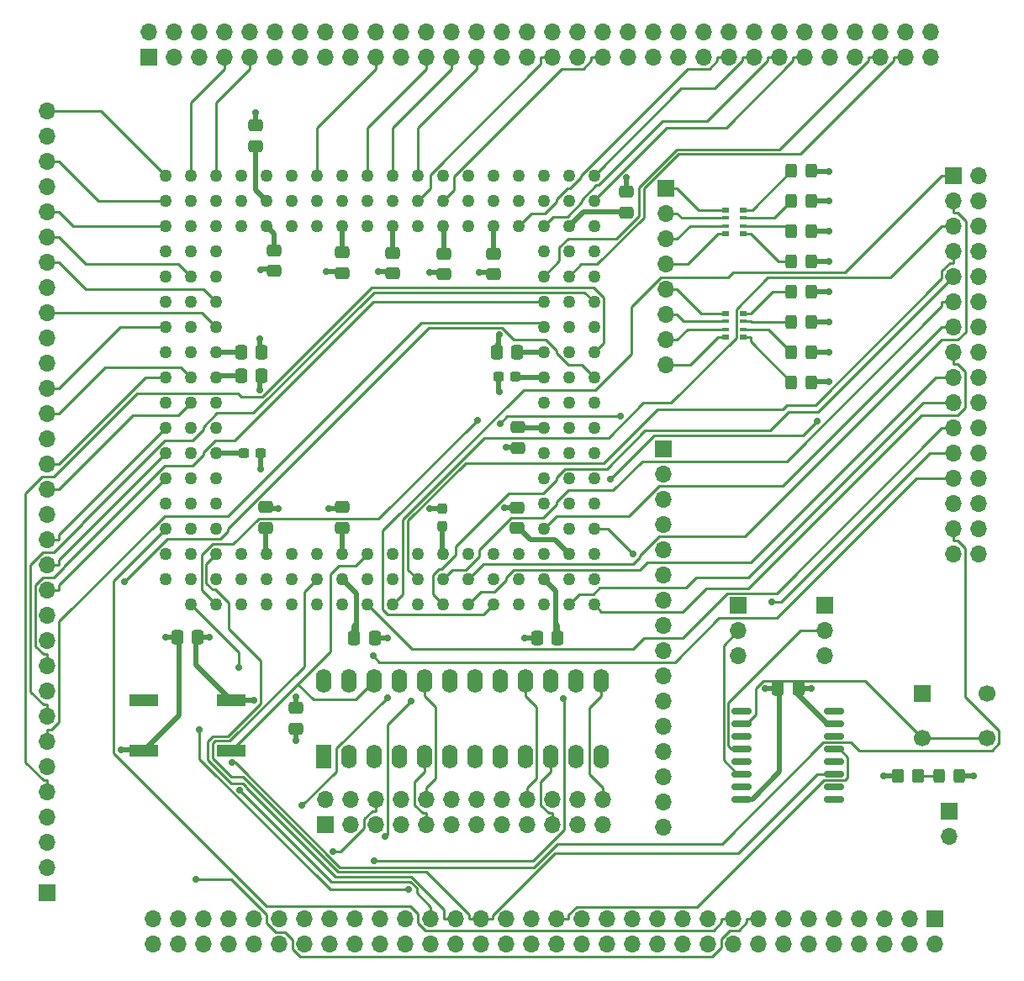
<source format=gtl>
G04 #@! TF.GenerationSoftware,KiCad,Pcbnew,8.0.1*
G04 #@! TF.CreationDate,2024-04-04T09:57:52-03:00*
G04 #@! TF.ProjectId,Breakout-68040,42726561-6b6f-4757-942d-36383034302e,rev?*
G04 #@! TF.SameCoordinates,Original*
G04 #@! TF.FileFunction,Copper,L1,Top*
G04 #@! TF.FilePolarity,Positive*
%FSLAX46Y46*%
G04 Gerber Fmt 4.6, Leading zero omitted, Abs format (unit mm)*
G04 Created by KiCad (PCBNEW 8.0.1) date 2024-04-04 09:57:52*
%MOMM*%
%LPD*%
G01*
G04 APERTURE LIST*
G04 Aperture macros list*
%AMRoundRect*
0 Rectangle with rounded corners*
0 $1 Rounding radius*
0 $2 $3 $4 $5 $6 $7 $8 $9 X,Y pos of 4 corners*
0 Add a 4 corners polygon primitive as box body*
4,1,4,$2,$3,$4,$5,$6,$7,$8,$9,$2,$3,0*
0 Add four circle primitives for the rounded corners*
1,1,$1+$1,$2,$3*
1,1,$1+$1,$4,$5*
1,1,$1+$1,$6,$7*
1,1,$1+$1,$8,$9*
0 Add four rect primitives between the rounded corners*
20,1,$1+$1,$2,$3,$4,$5,0*
20,1,$1+$1,$4,$5,$6,$7,0*
20,1,$1+$1,$6,$7,$8,$9,0*
20,1,$1+$1,$8,$9,$2,$3,0*%
G04 Aperture macros list end*
G04 #@! TA.AperFunction,SMDPad,CuDef*
%ADD10RoundRect,0.250000X-0.350000X-0.450000X0.350000X-0.450000X0.350000X0.450000X-0.350000X0.450000X0*%
G04 #@! TD*
G04 #@! TA.AperFunction,SMDPad,CuDef*
%ADD11RoundRect,0.250000X0.337500X0.475000X-0.337500X0.475000X-0.337500X-0.475000X0.337500X-0.475000X0*%
G04 #@! TD*
G04 #@! TA.AperFunction,SMDPad,CuDef*
%ADD12RoundRect,0.250000X-0.475000X0.337500X-0.475000X-0.337500X0.475000X-0.337500X0.475000X0.337500X0*%
G04 #@! TD*
G04 #@! TA.AperFunction,SMDPad,CuDef*
%ADD13RoundRect,0.250000X0.475000X-0.337500X0.475000X0.337500X-0.475000X0.337500X-0.475000X-0.337500X0*%
G04 #@! TD*
G04 #@! TA.AperFunction,SMDPad,CuDef*
%ADD14RoundRect,0.250000X-0.337500X-0.475000X0.337500X-0.475000X0.337500X0.475000X-0.337500X0.475000X0*%
G04 #@! TD*
G04 #@! TA.AperFunction,SMDPad,CuDef*
%ADD15R,0.800000X0.500000*%
G04 #@! TD*
G04 #@! TA.AperFunction,SMDPad,CuDef*
%ADD16R,0.800000X0.400000*%
G04 #@! TD*
G04 #@! TA.AperFunction,SMDPad,CuDef*
%ADD17RoundRect,0.250000X0.325000X0.450000X-0.325000X0.450000X-0.325000X-0.450000X0.325000X-0.450000X0*%
G04 #@! TD*
G04 #@! TA.AperFunction,ComponentPad*
%ADD18R,1.700000X1.700000*%
G04 #@! TD*
G04 #@! TA.AperFunction,ComponentPad*
%ADD19O,1.700000X1.700000*%
G04 #@! TD*
G04 #@! TA.AperFunction,ComponentPad*
%ADD20C,1.700000*%
G04 #@! TD*
G04 #@! TA.AperFunction,SMDPad,CuDef*
%ADD21RoundRect,0.237500X0.300000X0.237500X-0.300000X0.237500X-0.300000X-0.237500X0.300000X-0.237500X0*%
G04 #@! TD*
G04 #@! TA.AperFunction,SMDPad,CuDef*
%ADD22R,3.000000X1.300000*%
G04 #@! TD*
G04 #@! TA.AperFunction,ComponentPad*
%ADD23C,1.270000*%
G04 #@! TD*
G04 #@! TA.AperFunction,SMDPad,CuDef*
%ADD24RoundRect,0.237500X0.237500X-0.300000X0.237500X0.300000X-0.237500X0.300000X-0.237500X-0.300000X0*%
G04 #@! TD*
G04 #@! TA.AperFunction,SMDPad,CuDef*
%ADD25RoundRect,0.150000X-0.875000X-0.150000X0.875000X-0.150000X0.875000X0.150000X-0.875000X0.150000X0*%
G04 #@! TD*
G04 #@! TA.AperFunction,SMDPad,CuDef*
%ADD26RoundRect,0.237500X-0.300000X-0.237500X0.300000X-0.237500X0.300000X0.237500X-0.300000X0.237500X0*%
G04 #@! TD*
G04 #@! TA.AperFunction,ComponentPad*
%ADD27R,1.600000X2.400000*%
G04 #@! TD*
G04 #@! TA.AperFunction,ComponentPad*
%ADD28O,1.600000X2.400000*%
G04 #@! TD*
G04 #@! TA.AperFunction,ViaPad*
%ADD29C,0.700000*%
G04 #@! TD*
G04 #@! TA.AperFunction,Conductor*
%ADD30C,0.250000*%
G04 #@! TD*
G04 #@! TA.AperFunction,Conductor*
%ADD31C,0.500000*%
G04 #@! TD*
G04 APERTURE END LIST*
D10*
X110800000Y-128500000D03*
X112800000Y-128500000D03*
D11*
X76475000Y-114600000D03*
X74400000Y-114600000D03*
D12*
X54800000Y-75762500D03*
X54800000Y-77837500D03*
X50100000Y-121662500D03*
X50100000Y-123737500D03*
X72500000Y-93362500D03*
X72500000Y-95437500D03*
D13*
X72400000Y-103537500D03*
X72400000Y-101462500D03*
X54800000Y-101400000D03*
X54800000Y-103475000D03*
X47100000Y-103475000D03*
X47100000Y-101400000D03*
D14*
X56000000Y-114600000D03*
X58075000Y-114600000D03*
D11*
X40237500Y-114540000D03*
X38162500Y-114540000D03*
X100737500Y-119700000D03*
X98662500Y-119700000D03*
X72437500Y-85800000D03*
X70362500Y-85800000D03*
D14*
X44600000Y-85800000D03*
X46675000Y-85800000D03*
D13*
X83400000Y-71737500D03*
X83400000Y-69662500D03*
X46100000Y-65037500D03*
X46100000Y-62962500D03*
D12*
X47900000Y-75562500D03*
X47900000Y-77637500D03*
X59900000Y-75800000D03*
X59900000Y-77875000D03*
X65000000Y-75900000D03*
X65000000Y-77975000D03*
X70000000Y-75900000D03*
X70000000Y-77975000D03*
D14*
X44600000Y-88200000D03*
X46675000Y-88200000D03*
D15*
X93400000Y-84300000D03*
D16*
X93400000Y-83500000D03*
X93400000Y-82700000D03*
D15*
X93400000Y-81900000D03*
X95200000Y-81900000D03*
D16*
X95200000Y-82700000D03*
X95200000Y-83500000D03*
D15*
X95200000Y-84300000D03*
X93400000Y-73900000D03*
D16*
X93400000Y-73100000D03*
X93400000Y-72300000D03*
D15*
X93400000Y-71500000D03*
X95200000Y-71500000D03*
D16*
X95200000Y-72300000D03*
X95200000Y-73100000D03*
D15*
X95200000Y-73900000D03*
D17*
X116925000Y-128500000D03*
X114875000Y-128500000D03*
X102075000Y-79720000D03*
X100025000Y-79720000D03*
D18*
X103400000Y-111320000D03*
D19*
X103400000Y-113860000D03*
X103400000Y-116400000D03*
D18*
X113250000Y-120150000D03*
D20*
X119750000Y-120150000D03*
X113250000Y-124650000D03*
X119750000Y-124650000D03*
D18*
X35325000Y-56075000D03*
D19*
X35325000Y-53535000D03*
X37865000Y-56075000D03*
X37865000Y-53535000D03*
X40405000Y-56075000D03*
X40405000Y-53535000D03*
X42945000Y-56075000D03*
X42945000Y-53535000D03*
X45485000Y-56075000D03*
X45485000Y-53535000D03*
X48025000Y-56075000D03*
X48025000Y-53535000D03*
X50565000Y-56075000D03*
X50565000Y-53535000D03*
X53105000Y-56075000D03*
X53105000Y-53535000D03*
X55645000Y-56075000D03*
X55645000Y-53535000D03*
X58185000Y-56075000D03*
X58185000Y-53535000D03*
X60725000Y-56075000D03*
X60725000Y-53535000D03*
X63265000Y-56075000D03*
X63265000Y-53535000D03*
X65805000Y-56075000D03*
X65805000Y-53535000D03*
X68345000Y-56075000D03*
X68345000Y-53535000D03*
X70885000Y-56075000D03*
X70885000Y-53535000D03*
X73425000Y-56075000D03*
X73425000Y-53535000D03*
X75965000Y-56075000D03*
X75965000Y-53535000D03*
X78505000Y-56075000D03*
X78505000Y-53535000D03*
X81045000Y-56075000D03*
X81045000Y-53535000D03*
X83585000Y-56075000D03*
X83585000Y-53535000D03*
X86125000Y-56075000D03*
X86125000Y-53535000D03*
X88665000Y-56075000D03*
X88665000Y-53535000D03*
X91205000Y-56075000D03*
X91205000Y-53535000D03*
X93745000Y-56075000D03*
X93745000Y-53535000D03*
X96285000Y-56075000D03*
X96285000Y-53535000D03*
X98825000Y-56075000D03*
X98825000Y-53535000D03*
X101365000Y-56075000D03*
X101365000Y-53535000D03*
X103905000Y-56075000D03*
X103905000Y-53535000D03*
X106445000Y-56075000D03*
X106445000Y-53535000D03*
X108985000Y-56075000D03*
X108985000Y-53535000D03*
X111525000Y-56075000D03*
X111525000Y-53535000D03*
X114065000Y-56075000D03*
X114065000Y-53535000D03*
D18*
X87100000Y-95520000D03*
D19*
X87100000Y-98060000D03*
X87100000Y-100600000D03*
X87100000Y-103140000D03*
X87100000Y-105680000D03*
X87100000Y-108220000D03*
X87100000Y-110760000D03*
X87100000Y-113300000D03*
X87100000Y-115840000D03*
X87100000Y-118380000D03*
X87100000Y-120920000D03*
X87100000Y-123460000D03*
X87100000Y-126000000D03*
X87100000Y-128540000D03*
X87100000Y-131080000D03*
X87100000Y-133620000D03*
D21*
X72262500Y-88300000D03*
X70537500Y-88300000D03*
D18*
X94700000Y-111320000D03*
D19*
X94700000Y-113860000D03*
X94700000Y-116400000D03*
D22*
X34800000Y-120860000D03*
X34800000Y-125940000D03*
X43600000Y-125940000D03*
X43600000Y-120860000D03*
D17*
X102075000Y-88840000D03*
X100025000Y-88840000D03*
D18*
X116360000Y-68020000D03*
D19*
X118900000Y-68020000D03*
X116360000Y-70560000D03*
X118900000Y-70560000D03*
X116360000Y-73100000D03*
X118900000Y-73100000D03*
X116360000Y-75640000D03*
X118900000Y-75640000D03*
X116360000Y-78180000D03*
X118900000Y-78180000D03*
X116360000Y-80720000D03*
X118900000Y-80720000D03*
X116360000Y-83260000D03*
X118900000Y-83260000D03*
X116360000Y-85800000D03*
X118900000Y-85800000D03*
X116360000Y-88340000D03*
X118900000Y-88340000D03*
X116360000Y-90880000D03*
X118900000Y-90880000D03*
X116360000Y-93420000D03*
X118900000Y-93420000D03*
X116360000Y-95960000D03*
X118900000Y-95960000D03*
X116360000Y-98500000D03*
X118900000Y-98500000D03*
X116360000Y-101040000D03*
X118900000Y-101040000D03*
X116360000Y-103580000D03*
X118900000Y-103580000D03*
X116360000Y-106120000D03*
X118900000Y-106120000D03*
D17*
X102075000Y-73640000D03*
X100025000Y-73640000D03*
X102075000Y-76680000D03*
X100025000Y-76680000D03*
D18*
X114500000Y-142860000D03*
D19*
X114500000Y-145400000D03*
X111960000Y-142860000D03*
X111960000Y-145400000D03*
X109420000Y-142860000D03*
X109420000Y-145400000D03*
X106880000Y-142860000D03*
X106880000Y-145400000D03*
X104340000Y-142860000D03*
X104340000Y-145400000D03*
X101800000Y-142860000D03*
X101800000Y-145400000D03*
X99260000Y-142860000D03*
X99260000Y-145400000D03*
X96720000Y-142860000D03*
X96720000Y-145400000D03*
X94180000Y-142860000D03*
X94180000Y-145400000D03*
X91640000Y-142860000D03*
X91640000Y-145400000D03*
X89100000Y-142860000D03*
X89100000Y-145400000D03*
X86560000Y-142860000D03*
X86560000Y-145400000D03*
X84020000Y-142860000D03*
X84020000Y-145400000D03*
X81480000Y-142860000D03*
X81480000Y-145400000D03*
X78940000Y-142860000D03*
X78940000Y-145400000D03*
X76400000Y-142860000D03*
X76400000Y-145400000D03*
X73860000Y-142860000D03*
X73860000Y-145400000D03*
X71320000Y-142860000D03*
X71320000Y-145400000D03*
X68780000Y-142860000D03*
X68780000Y-145400000D03*
X66240000Y-142860000D03*
X66240000Y-145400000D03*
X63700000Y-142860000D03*
X63700000Y-145400000D03*
X61160000Y-142860000D03*
X61160000Y-145400000D03*
X58620000Y-142860000D03*
X58620000Y-145400000D03*
X56080000Y-142860000D03*
X56080000Y-145400000D03*
X53540000Y-142860000D03*
X53540000Y-145400000D03*
X51000000Y-142860000D03*
X51000000Y-145400000D03*
X48460000Y-142860000D03*
X48460000Y-145400000D03*
X45920000Y-142860000D03*
X45920000Y-145400000D03*
X43380000Y-142860000D03*
X43380000Y-145400000D03*
X40840000Y-142860000D03*
X40840000Y-145400000D03*
X38300000Y-142860000D03*
X38300000Y-145400000D03*
X35760000Y-142860000D03*
X35760000Y-145400000D03*
D18*
X25100000Y-140260000D03*
D19*
X25100000Y-137720000D03*
X25100000Y-135180000D03*
X25100000Y-132640000D03*
X25100000Y-130100000D03*
X25100000Y-127560000D03*
X25100000Y-125020000D03*
X25100000Y-122480000D03*
X25100000Y-119940000D03*
X25100000Y-117400000D03*
X25100000Y-114860000D03*
X25100000Y-112320000D03*
X25100000Y-109780000D03*
X25100000Y-107240000D03*
X25100000Y-104700000D03*
X25100000Y-102160000D03*
X25100000Y-99620000D03*
X25100000Y-97080000D03*
X25100000Y-94540000D03*
X25100000Y-92000000D03*
X25100000Y-89460000D03*
X25100000Y-86920000D03*
X25100000Y-84380000D03*
X25100000Y-81840000D03*
X25100000Y-79300000D03*
X25100000Y-76760000D03*
X25100000Y-74220000D03*
X25100000Y-71680000D03*
X25100000Y-69140000D03*
X25100000Y-66600000D03*
X25100000Y-64060000D03*
X25100000Y-61520000D03*
D17*
X102075000Y-67560000D03*
X100025000Y-67560000D03*
D18*
X53100000Y-133400000D03*
D19*
X53100000Y-130860000D03*
X55640000Y-133400000D03*
X55640000Y-130860000D03*
X58180000Y-133400000D03*
X58180000Y-130860000D03*
X60720000Y-133400000D03*
X60720000Y-130860000D03*
X63260000Y-133400000D03*
X63260000Y-130860000D03*
X65800000Y-133400000D03*
X65800000Y-130860000D03*
X68340000Y-133400000D03*
X68340000Y-130860000D03*
X70880000Y-133400000D03*
X70880000Y-130860000D03*
X73420000Y-133400000D03*
X73420000Y-130860000D03*
X75960000Y-133400000D03*
X75960000Y-130860000D03*
X78500000Y-133400000D03*
X78500000Y-130860000D03*
X81040000Y-133400000D03*
X81040000Y-130860000D03*
D18*
X115900000Y-132025000D03*
D19*
X115900000Y-134565000D03*
D17*
X102075000Y-82760000D03*
X100025000Y-82760000D03*
D23*
X37000000Y-68040000D03*
X39540000Y-68040000D03*
X42080000Y-68040000D03*
X44620000Y-68040000D03*
X47160000Y-68040000D03*
X49700000Y-68040000D03*
X52240000Y-68040000D03*
X54780000Y-68040000D03*
X57320000Y-68040000D03*
X59860000Y-68040000D03*
X62400000Y-68040000D03*
X64940000Y-68040000D03*
X67480000Y-68040000D03*
X70020000Y-68040000D03*
X72560000Y-68040000D03*
X75100000Y-68040000D03*
X77640000Y-68040000D03*
X80180000Y-68040000D03*
X37000000Y-70580000D03*
X39540000Y-70580000D03*
X42080000Y-70580000D03*
X44620000Y-70580000D03*
X47160000Y-70580000D03*
X49700000Y-70580000D03*
X52240000Y-70580000D03*
X54780000Y-70580000D03*
X57320000Y-70580000D03*
X59860000Y-70580000D03*
X62400000Y-70580000D03*
X64940000Y-70580000D03*
X67480000Y-70580000D03*
X70020000Y-70580000D03*
X72560000Y-70580000D03*
X75100000Y-70580000D03*
X77640000Y-70580000D03*
X80180000Y-70580000D03*
X37000000Y-73120000D03*
X39540000Y-73120000D03*
X42080000Y-73120000D03*
X44620000Y-73120000D03*
X47160000Y-73120000D03*
X49700000Y-73120000D03*
X52240000Y-73120000D03*
X54780000Y-73120000D03*
X57320000Y-73120000D03*
X59860000Y-73120000D03*
X62400000Y-73120000D03*
X64940000Y-73120000D03*
X67480000Y-73120000D03*
X70020000Y-73120000D03*
X72560000Y-73120000D03*
X75100000Y-73120000D03*
X77640000Y-73120000D03*
X80180000Y-73120000D03*
X37000000Y-75660000D03*
X39540000Y-75660000D03*
X42080000Y-75660000D03*
X75100000Y-75660000D03*
X77640000Y-75660000D03*
X80180000Y-75660000D03*
X37000000Y-78200000D03*
X39540000Y-78200000D03*
X42080000Y-78200000D03*
X75100000Y-78200000D03*
X77640000Y-78200000D03*
X80180000Y-78200000D03*
X37000000Y-80740000D03*
X39540000Y-80740000D03*
X42080000Y-80740000D03*
X75100000Y-80740000D03*
X77640000Y-80740000D03*
X80180000Y-80740000D03*
X37000000Y-83280000D03*
X39540000Y-83280000D03*
X42080000Y-83280000D03*
X75100000Y-83280000D03*
X77640000Y-83280000D03*
X80180000Y-83280000D03*
X37000000Y-85820000D03*
X39540000Y-85820000D03*
X42080000Y-85820000D03*
X75100000Y-85820000D03*
X77640000Y-85820000D03*
X80180000Y-85820000D03*
X37000000Y-88360000D03*
X39540000Y-88360000D03*
X42080000Y-88360000D03*
X75100000Y-88360000D03*
X77640000Y-88360000D03*
X80180000Y-88360000D03*
X37000000Y-90900000D03*
X39540000Y-90900000D03*
X42080000Y-90900000D03*
X75100000Y-90900000D03*
X77640000Y-90900000D03*
X80180000Y-90900000D03*
X37000000Y-93440000D03*
X39540000Y-93440000D03*
X42080000Y-93440000D03*
X75100000Y-93440000D03*
X77640000Y-93440000D03*
X80180000Y-93440000D03*
X37000000Y-95980000D03*
X39540000Y-95980000D03*
X42080000Y-95980000D03*
X75100000Y-95980000D03*
X77640000Y-95980000D03*
X80180000Y-95980000D03*
X37000000Y-98520000D03*
X39540000Y-98520000D03*
X42080000Y-98520000D03*
X75100000Y-98520000D03*
X77640000Y-98520000D03*
X80180000Y-98520000D03*
X37000000Y-101060000D03*
X39540000Y-101060000D03*
X42080000Y-101060000D03*
X75100000Y-101060000D03*
X77640000Y-101060000D03*
X80180000Y-101060000D03*
X37000000Y-103600000D03*
X39540000Y-103600000D03*
X42080000Y-103600000D03*
X75100000Y-103600000D03*
X77640000Y-103600000D03*
X80180000Y-103600000D03*
X37000000Y-106140000D03*
X39540000Y-106140000D03*
X42080000Y-106140000D03*
X44620000Y-106140000D03*
X47160000Y-106140000D03*
X49700000Y-106140000D03*
X52240000Y-106140000D03*
X54780000Y-106140000D03*
X57320000Y-106140000D03*
X59860000Y-106140000D03*
X62400000Y-106140000D03*
X64940000Y-106140000D03*
X67480000Y-106140000D03*
X70020000Y-106140000D03*
X72560000Y-106140000D03*
X75100000Y-106140000D03*
X77640000Y-106140000D03*
X80180000Y-106140000D03*
X37000000Y-108680000D03*
X39540000Y-108680000D03*
X42080000Y-108680000D03*
X44620000Y-108680000D03*
X47160000Y-108680000D03*
X49700000Y-108680000D03*
X52240000Y-108680000D03*
X54780000Y-108680000D03*
X57320000Y-108680000D03*
X59860000Y-108680000D03*
X62400000Y-108680000D03*
X64940000Y-108680000D03*
X67480000Y-108680000D03*
X70020000Y-108680000D03*
X72560000Y-108680000D03*
X75100000Y-108680000D03*
X77640000Y-108680000D03*
X80180000Y-108680000D03*
X39540000Y-111220000D03*
X42080000Y-111220000D03*
X44620000Y-111220000D03*
X47160000Y-111220000D03*
X49700000Y-111220000D03*
X52240000Y-111220000D03*
X54780000Y-111220000D03*
X57320000Y-111220000D03*
X59860000Y-111220000D03*
X62400000Y-111220000D03*
X64940000Y-111220000D03*
X67480000Y-111220000D03*
X70020000Y-111220000D03*
X72560000Y-111220000D03*
X75100000Y-111220000D03*
X77640000Y-111220000D03*
X80180000Y-111220000D03*
D24*
X64900000Y-103300000D03*
X64900000Y-101575000D03*
D25*
X95050000Y-121955000D03*
X95050000Y-123225000D03*
X95050000Y-124495000D03*
X95050000Y-125765000D03*
X95050000Y-127035000D03*
X95050000Y-128305000D03*
X95050000Y-129575000D03*
X95050000Y-130845000D03*
X104350000Y-130845000D03*
X104350000Y-129575000D03*
X104350000Y-128305000D03*
X104350000Y-127035000D03*
X104350000Y-125765000D03*
X104350000Y-124495000D03*
X104350000Y-123225000D03*
X104350000Y-121955000D03*
D17*
X102075000Y-85800000D03*
X100025000Y-85800000D03*
D18*
X87350000Y-69325000D03*
D19*
X87350000Y-71865000D03*
X87350000Y-74405000D03*
X87350000Y-76945000D03*
X87350000Y-79485000D03*
X87350000Y-82025000D03*
X87350000Y-84565000D03*
X87350000Y-87105000D03*
D26*
X44875000Y-96000000D03*
X46600000Y-96000000D03*
D17*
X102075000Y-70600000D03*
X100025000Y-70600000D03*
D27*
X52925000Y-126525000D03*
D28*
X55465000Y-126525000D03*
X58005000Y-126525000D03*
X60545000Y-126525000D03*
X63085000Y-126525000D03*
X65625000Y-126525000D03*
X68165000Y-126525000D03*
X70705000Y-126525000D03*
X73245000Y-126525000D03*
X75785000Y-126525000D03*
X78325000Y-126525000D03*
X80865000Y-126525000D03*
X80865000Y-118905000D03*
X78325000Y-118905000D03*
X75785000Y-118905000D03*
X73245000Y-118905000D03*
X70705000Y-118905000D03*
X68165000Y-118905000D03*
X65625000Y-118905000D03*
X63085000Y-118905000D03*
X60545000Y-118905000D03*
X58005000Y-118905000D03*
X55465000Y-118905000D03*
X52925000Y-118905000D03*
D29*
X68394100Y-92640500D03*
X40428300Y-123863900D03*
X61480600Y-139948300D03*
X98073900Y-110966800D03*
X44497900Y-129892600D03*
X57937600Y-116411500D03*
X102618800Y-92790300D03*
X81782200Y-98609100D03*
X77077000Y-120727600D03*
X57986800Y-137009600D03*
X61723800Y-120932500D03*
X59132200Y-134598600D03*
X53896300Y-136067400D03*
X44375500Y-117543600D03*
X43686500Y-127145600D03*
X40041800Y-138867300D03*
X70693200Y-92968400D03*
X82815200Y-92270200D03*
X84089900Y-106152200D03*
X59351400Y-120574200D03*
X50767500Y-131459500D03*
X32822300Y-108957600D03*
X71300000Y-95400000D03*
X70600000Y-89800000D03*
X63600000Y-77800000D03*
X50100000Y-124937500D03*
X103800000Y-85800000D03*
X103800000Y-73600000D03*
X68600000Y-77800000D03*
X71100000Y-101500000D03*
X73200000Y-114600000D03*
X58400000Y-77700000D03*
X32500000Y-125900000D03*
X46500000Y-89600000D03*
X46500000Y-84500000D03*
X103800000Y-82800000D03*
X83400000Y-68200000D03*
X103800000Y-76700000D03*
X103800000Y-79700000D03*
X53200000Y-77700000D03*
X46100000Y-61700000D03*
X46600000Y-97573100D03*
X103800000Y-67600000D03*
X53400000Y-101600000D03*
X103800000Y-88800000D03*
X103800000Y-70600000D03*
X63600000Y-101600000D03*
X48400000Y-101600000D03*
X46600000Y-77500000D03*
X59400000Y-114600000D03*
X70600000Y-84000000D03*
X37000000Y-114500000D03*
X118400000Y-128500000D03*
X97400000Y-119700000D03*
X109300000Y-128500000D03*
X41400000Y-114500000D03*
X50100000Y-120500000D03*
X102000000Y-119700000D03*
X45900000Y-120900000D03*
D30*
X89868300Y-87105000D02*
X92673300Y-84300000D01*
X87350000Y-87105000D02*
X89868300Y-87105000D01*
X93400000Y-84300000D02*
X92673300Y-84300000D01*
X88961700Y-72300000D02*
X93400000Y-72300000D01*
X88526700Y-71865000D02*
X88961700Y-72300000D01*
X87350000Y-71865000D02*
X88526700Y-71865000D01*
X90941700Y-81900000D02*
X93400000Y-81900000D01*
X88526700Y-79485000D02*
X90941700Y-81900000D01*
X87350000Y-79485000D02*
X88526700Y-79485000D01*
X89591700Y-83500000D02*
X93400000Y-83500000D01*
X88526700Y-84565000D02*
X89591700Y-83500000D01*
X87350000Y-84565000D02*
X88526700Y-84565000D01*
X89628300Y-76945000D02*
X92673300Y-73900000D01*
X87350000Y-76945000D02*
X89628300Y-76945000D01*
X93400000Y-73900000D02*
X92673300Y-73900000D01*
X90701700Y-71500000D02*
X93400000Y-71500000D01*
X88526700Y-69325000D02*
X90701700Y-71500000D01*
X87350000Y-69325000D02*
X88526700Y-69325000D01*
X89201700Y-82700000D02*
X93400000Y-82700000D01*
X88526700Y-82025000D02*
X89201700Y-82700000D01*
X87350000Y-82025000D02*
X88526700Y-82025000D01*
X89831700Y-73100000D02*
X93400000Y-73100000D01*
X88526700Y-74405000D02*
X89831700Y-73100000D01*
X87350000Y-74405000D02*
X88526700Y-74405000D01*
X95926700Y-84741700D02*
X95926700Y-84300000D01*
X100025000Y-88840000D02*
X95926700Y-84741700D01*
X95200000Y-84300000D02*
X95926700Y-84300000D01*
X97725000Y-83500000D02*
X95200000Y-83500000D01*
X100025000Y-85800000D02*
X97725000Y-83500000D01*
X95986700Y-82760000D02*
X95926700Y-82700000D01*
X100025000Y-82760000D02*
X95986700Y-82760000D01*
X95200000Y-82700000D02*
X95926700Y-82700000D01*
X95200000Y-81900000D02*
X95926700Y-81900000D01*
X98106700Y-79720000D02*
X100025000Y-79720000D01*
X95926700Y-81900000D02*
X98106700Y-79720000D01*
X98706700Y-76680000D02*
X95926700Y-73900000D01*
X100025000Y-76680000D02*
X98706700Y-76680000D01*
X95200000Y-73900000D02*
X95926700Y-73900000D01*
X99485000Y-73100000D02*
X95200000Y-73100000D01*
X100025000Y-73640000D02*
X99485000Y-73100000D01*
X98325000Y-72300000D02*
X95200000Y-72300000D01*
X100025000Y-70600000D02*
X98325000Y-72300000D01*
X96085000Y-71500000D02*
X95200000Y-71500000D01*
X100025000Y-67560000D02*
X96085000Y-71500000D01*
X79675200Y-128318500D02*
X81040000Y-129683300D01*
X79675200Y-121621500D02*
X79675200Y-128318500D01*
X80865000Y-120431700D02*
X79675200Y-121621500D01*
X80865000Y-118905000D02*
X80865000Y-120431700D01*
X81040000Y-130860000D02*
X81040000Y-129683300D01*
X75592200Y-132223300D02*
X75960000Y-132223300D01*
X74783300Y-131414400D02*
X75592200Y-132223300D01*
X74783300Y-129053400D02*
X74783300Y-131414400D01*
X75785000Y-128051700D02*
X74783300Y-129053400D01*
X75785000Y-126525000D02*
X75785000Y-128051700D01*
X75960000Y-133400000D02*
X75960000Y-132223300D01*
X73245000Y-118905000D02*
X73245000Y-120431700D01*
X73420000Y-130860000D02*
X73420000Y-129683300D01*
X74378000Y-128725300D02*
X73420000Y-129683300D01*
X74378000Y-121564700D02*
X74378000Y-128725300D01*
X73245000Y-120431700D02*
X74378000Y-121564700D01*
X62892200Y-132223300D02*
X63260000Y-132223300D01*
X62083300Y-131414400D02*
X62892200Y-132223300D01*
X62083300Y-129053400D02*
X62083300Y-131414400D01*
X63085000Y-128051700D02*
X62083300Y-129053400D01*
X63085000Y-126525000D02*
X63085000Y-128051700D01*
X63260000Y-133400000D02*
X63260000Y-132223300D01*
X64218000Y-128725300D02*
X63260000Y-129683300D01*
X64218000Y-121564700D02*
X64218000Y-128725300D01*
X63085000Y-120431700D02*
X64218000Y-121564700D01*
X63085000Y-118905000D02*
X63085000Y-120431700D01*
X63260000Y-130860000D02*
X63260000Y-129683300D01*
X58474800Y-102559800D02*
X68394100Y-92640500D01*
X46385800Y-102559800D02*
X58474800Y-102559800D01*
X43817800Y-105127800D02*
X46385800Y-102559800D01*
X41723300Y-105127800D02*
X43817800Y-105127800D01*
X40634400Y-106216700D02*
X41723300Y-105127800D01*
X40634400Y-109774400D02*
X40634400Y-106216700D01*
X42080000Y-111220000D02*
X40634400Y-109774400D01*
X53596700Y-139948300D02*
X61480600Y-139948300D01*
X40428300Y-126779900D02*
X53596700Y-139948300D01*
X40428300Y-123863900D02*
X40428300Y-126779900D01*
X116360000Y-93420000D02*
X115183300Y-93420000D01*
X98529800Y-110073500D02*
X115183300Y-93420000D01*
X93541100Y-110073500D02*
X98529800Y-110073500D01*
X89044600Y-114570000D02*
X93541100Y-110073500D01*
X85214000Y-114570000D02*
X89044600Y-114570000D01*
X84100300Y-115683700D02*
X85214000Y-114570000D01*
X61783700Y-115683700D02*
X84100300Y-115683700D01*
X57320000Y-111220000D02*
X61783700Y-115683700D01*
X66240000Y-142860000D02*
X65063300Y-142860000D01*
X41101600Y-107118400D02*
X42080000Y-106140000D01*
X41101600Y-109077600D02*
X41101600Y-107118400D01*
X41715600Y-109691600D02*
X41101600Y-109077600D01*
X41977600Y-109691600D02*
X41715600Y-109691600D01*
X43350000Y-111064000D02*
X41977600Y-109691600D01*
X43350000Y-113636200D02*
X43350000Y-111064000D01*
X46587900Y-116874100D02*
X43350000Y-113636200D01*
X46587900Y-121183900D02*
X46587900Y-116874100D01*
X43273300Y-124498500D02*
X46587900Y-121183900D01*
X41735300Y-124498500D02*
X43273300Y-124498500D01*
X41231000Y-125002800D02*
X41735300Y-124498500D01*
X41231000Y-126838300D02*
X41231000Y-125002800D01*
X43608600Y-129215900D02*
X41231000Y-126838300D01*
X44778200Y-129215900D02*
X43608600Y-129215900D01*
X45174600Y-129612300D02*
X44778200Y-129215900D01*
X45174600Y-129691900D02*
X45174600Y-129612300D01*
X54097100Y-138614400D02*
X45174600Y-129691900D01*
X61771200Y-138614400D02*
X54097100Y-138614400D01*
X65063300Y-141906500D02*
X61771200Y-138614400D01*
X65063300Y-142860000D02*
X65063300Y-141906500D01*
X116360000Y-95960000D02*
X115183300Y-95960000D01*
X98964500Y-110966800D02*
X98073900Y-110966800D01*
X113971300Y-95960000D02*
X98964500Y-110966800D01*
X115183300Y-95960000D02*
X113971300Y-95960000D01*
X62292900Y-140276200D02*
X63700000Y-141683300D01*
X62292900Y-139774900D02*
X62292900Y-140276200D01*
X61635700Y-139117700D02*
X62292900Y-139774900D01*
X53723000Y-139117700D02*
X61635700Y-139117700D01*
X44497900Y-129892600D02*
X53723000Y-139117700D01*
X63700000Y-142860000D02*
X63700000Y-141683300D01*
X58548800Y-117022700D02*
X57937600Y-116411500D01*
X88326800Y-117022700D02*
X58548800Y-117022700D01*
X92759600Y-112589900D02*
X88326800Y-117022700D01*
X98553400Y-112589900D02*
X92759600Y-112589900D01*
X112643300Y-98500000D02*
X98553400Y-112589900D01*
X115183300Y-98500000D02*
X112643300Y-98500000D01*
X116360000Y-98500000D02*
X115183300Y-98500000D01*
X101227900Y-94181200D02*
X102618800Y-92790300D01*
X86210100Y-94181200D02*
X101227900Y-94181200D01*
X81782200Y-98609100D02*
X86210100Y-94181200D01*
X68191700Y-142860000D02*
X67603300Y-142860000D01*
X68191700Y-142860000D02*
X68780000Y-142860000D01*
X68780000Y-142860000D02*
X69956700Y-142860000D01*
X69956700Y-142545600D02*
X69956700Y-142860000D01*
X76185600Y-136316700D02*
X69956700Y-142545600D01*
X94630700Y-136316700D02*
X76185600Y-136316700D01*
X102642400Y-128305000D02*
X94630700Y-136316700D01*
X104350000Y-128305000D02*
X102642400Y-128305000D01*
X50970000Y-109950000D02*
X52240000Y-108680000D01*
X50970000Y-117440700D02*
X50970000Y-109950000D01*
X43460400Y-124950300D02*
X50970000Y-117440700D01*
X41971000Y-124950300D02*
X43460400Y-124950300D01*
X41715800Y-125205500D02*
X41971000Y-124950300D01*
X41715800Y-126668800D02*
X41715800Y-125205500D01*
X43657400Y-128610400D02*
X41715800Y-126668800D01*
X44811500Y-128610400D02*
X43657400Y-128610400D01*
X54363700Y-138162600D02*
X44811500Y-128610400D01*
X63273600Y-138162600D02*
X54363700Y-138162600D01*
X67603300Y-142492300D02*
X63273600Y-138162600D01*
X67603300Y-142860000D02*
X67603300Y-142492300D01*
X77138400Y-120789000D02*
X77077000Y-120727600D01*
X77138400Y-133885800D02*
X77138400Y-120789000D01*
X74014600Y-137009600D02*
X77138400Y-133885800D01*
X57986800Y-137009600D02*
X74014600Y-137009600D01*
X59356700Y-123299600D02*
X61723800Y-120932500D01*
X59356700Y-134374100D02*
X59356700Y-123299600D01*
X59132200Y-134598600D02*
X59356700Y-134374100D01*
X53615000Y-115925500D02*
X53615000Y-115925000D01*
X53572500Y-115968000D02*
X53615000Y-115925500D01*
X58180000Y-130860000D02*
X58180000Y-132036700D01*
X57031300Y-106409000D02*
X57041300Y-106419000D01*
X54656400Y-136067400D02*
X53896300Y-136067400D01*
X57003300Y-133720500D02*
X54656400Y-136067400D01*
X57003300Y-132845600D02*
X57003300Y-133720500D01*
X57812200Y-132036700D02*
X57003300Y-132845600D01*
X58180000Y-132036700D02*
X57812200Y-132036700D01*
X44375500Y-116055500D02*
X44375500Y-117543600D01*
X39540000Y-111220000D02*
X44375500Y-116055500D01*
X116360000Y-103580000D02*
X116360000Y-104756700D01*
X44017200Y-127145600D02*
X43686500Y-127145600D01*
X54557900Y-137686300D02*
X44017200Y-127145600D01*
X74094900Y-137686300D02*
X54557900Y-137686300D01*
X76439300Y-135341900D02*
X74094900Y-137686300D01*
X93047900Y-135341900D02*
X76439300Y-135341900D01*
X103259800Y-125130000D02*
X93047900Y-135341900D01*
X106045900Y-125130000D02*
X103259800Y-125130000D01*
X106825600Y-125909700D02*
X106045900Y-125130000D01*
X120231600Y-125909700D02*
X106825600Y-125909700D01*
X120930900Y-125210400D02*
X120231600Y-125909700D01*
X120930900Y-123895300D02*
X120930900Y-125210400D01*
X117536700Y-120501100D02*
X120930900Y-123895300D01*
X117536700Y-105565600D02*
X117536700Y-120501100D01*
X116727800Y-104756700D02*
X117536700Y-105565600D01*
X116360000Y-104756700D02*
X116727800Y-104756700D01*
X116360000Y-73100000D02*
X115183300Y-73100000D01*
X109997100Y-78286200D02*
X115183300Y-73100000D01*
X97648400Y-78286200D02*
X109997100Y-78286200D01*
X94473300Y-81461300D02*
X97648400Y-78286200D01*
X94473300Y-84350000D02*
X94473300Y-81461300D01*
X87906600Y-90916700D02*
X94473300Y-84350000D01*
X85131200Y-90916700D02*
X87906600Y-90916700D01*
X81597800Y-94450100D02*
X85131200Y-90916700D01*
X69096700Y-94450100D02*
X81597800Y-94450100D01*
X60873500Y-102673300D02*
X69096700Y-94450100D01*
X60873500Y-110206500D02*
X60873500Y-102673300D01*
X59860000Y-111220000D02*
X60873500Y-110206500D01*
X116727800Y-86976700D02*
X116360000Y-86976700D01*
X117536700Y-87785600D02*
X116727800Y-86976700D01*
X117536700Y-91393100D02*
X117536700Y-87785600D01*
X116779800Y-92150000D02*
X117536700Y-91393100D01*
X113168800Y-92150000D02*
X116779800Y-92150000D01*
X95697000Y-109621800D02*
X113168800Y-92150000D01*
X91429600Y-109621800D02*
X95697000Y-109621800D01*
X89099300Y-111952100D02*
X91429600Y-109621800D01*
X80912100Y-111952100D02*
X89099300Y-111952100D01*
X80180000Y-111220000D02*
X80912100Y-111952100D01*
X116360000Y-85800000D02*
X116360000Y-86976700D01*
X96720000Y-142860000D02*
X95543300Y-142860000D01*
X43606900Y-138867300D02*
X40041800Y-138867300D01*
X47190000Y-142450400D02*
X43606900Y-138867300D01*
X47190000Y-143341800D02*
X47190000Y-142450400D01*
X48071500Y-144223300D02*
X47190000Y-143341800D01*
X49012400Y-144223300D02*
X48071500Y-144223300D01*
X49823300Y-145034200D02*
X49012400Y-144223300D01*
X49823300Y-145887500D02*
X49823300Y-145034200D01*
X50601900Y-146666100D02*
X49823300Y-145887500D01*
X92057500Y-146666100D02*
X50601900Y-146666100D01*
X92942900Y-145780700D02*
X92057500Y-146666100D01*
X92942900Y-144952700D02*
X92942900Y-145780700D01*
X93858900Y-144036700D02*
X92942900Y-144952700D01*
X94734400Y-144036700D02*
X93858900Y-144036700D01*
X95543300Y-143227800D02*
X94734400Y-144036700D01*
X95543300Y-142860000D02*
X95543300Y-143227800D01*
X116360000Y-75640000D02*
X116360000Y-76816700D01*
X61433300Y-107713300D02*
X62400000Y-108680000D01*
X61433300Y-102780900D02*
X61433300Y-107713300D01*
X67252900Y-96961300D02*
X61433300Y-102780900D01*
X81161400Y-96961300D02*
X67252900Y-96961300D01*
X86525700Y-91597000D02*
X81161400Y-96961300D01*
X99121000Y-91597000D02*
X86525700Y-91597000D01*
X99572700Y-91145300D02*
X99121000Y-91597000D01*
X102418200Y-91145300D02*
X99572700Y-91145300D01*
X115183300Y-78380200D02*
X102418200Y-91145300D01*
X115183300Y-77625600D02*
X115183300Y-78380200D01*
X115992200Y-76816700D02*
X115183300Y-77625600D01*
X116360000Y-76816700D02*
X115992200Y-76816700D01*
X116360000Y-70560000D02*
X116360000Y-71736700D01*
X116727700Y-71736700D02*
X116360000Y-71736700D01*
X117577500Y-72586500D02*
X116727700Y-71736700D01*
X117577500Y-83743300D02*
X117577500Y-72586500D01*
X116790800Y-84530000D02*
X117577500Y-83743300D01*
X115182700Y-84530000D02*
X116790800Y-84530000D01*
X95357800Y-104354900D02*
X115182700Y-84530000D01*
X86710200Y-104354900D02*
X95357800Y-104354900D01*
X84766600Y-106298500D02*
X86710200Y-104354900D01*
X84766600Y-106432500D02*
X84766600Y-106298500D01*
X84063600Y-107135500D02*
X84766600Y-106432500D01*
X69024500Y-107135500D02*
X84063600Y-107135500D01*
X67480000Y-108680000D02*
X69024500Y-107135500D01*
X63953700Y-110233700D02*
X64940000Y-111220000D01*
X63953700Y-108249900D02*
X63953700Y-110233700D01*
X64509100Y-107694500D02*
X63953700Y-108249900D01*
X64756800Y-107694500D02*
X64509100Y-107694500D01*
X66210000Y-106241300D02*
X64756800Y-107694500D01*
X66210000Y-105380400D02*
X66210000Y-106241300D01*
X71559300Y-100031100D02*
X66210000Y-105380400D01*
X75018500Y-100031100D02*
X71559300Y-100031100D01*
X76370000Y-98679600D02*
X75018500Y-100031100D01*
X76370000Y-98412700D02*
X76370000Y-98679600D01*
X77224400Y-97558300D02*
X76370000Y-98412700D01*
X81473500Y-97558300D02*
X77224400Y-97558300D01*
X85302300Y-93729500D02*
X81473500Y-97558300D01*
X97852100Y-93729500D02*
X85302300Y-93729500D01*
X99759600Y-91822000D02*
X97852100Y-93729500D01*
X102718000Y-91822000D02*
X99759600Y-91822000D01*
X116360000Y-78180000D02*
X102718000Y-91822000D01*
X105433000Y-77770300D02*
X115183300Y-68020000D01*
X94189400Y-77770300D02*
X105433000Y-77770300D01*
X93674800Y-78284900D02*
X94189400Y-77770300D01*
X86857500Y-78284900D02*
X93674800Y-78284900D01*
X83931900Y-81210500D02*
X86857500Y-78284900D01*
X83931900Y-85987100D02*
X83931900Y-81210500D01*
X80289000Y-89630000D02*
X83931900Y-85987100D01*
X73042800Y-89630000D02*
X80289000Y-89630000D01*
X58882800Y-103790000D02*
X73042800Y-89630000D01*
X58882800Y-111725100D02*
X58882800Y-103790000D01*
X59386000Y-112228300D02*
X58882800Y-111725100D01*
X69011700Y-112228300D02*
X59386000Y-112228300D01*
X70020000Y-111220000D02*
X69011700Y-112228300D01*
X116360000Y-68020000D02*
X115183300Y-68020000D01*
X71391400Y-92270200D02*
X82815200Y-92270200D01*
X70693200Y-92968400D02*
X71391400Y-92270200D01*
X78698500Y-110161500D02*
X77640000Y-111220000D01*
X80100900Y-110161500D02*
X78698500Y-110161500D01*
X80706500Y-109555900D02*
X80100900Y-110161500D01*
X89382800Y-109555900D02*
X80706500Y-109555900D01*
X90460500Y-108478200D02*
X89382800Y-109555900D01*
X95683800Y-108478200D02*
X90460500Y-108478200D01*
X113282000Y-90880000D02*
X95683800Y-108478200D01*
X116360000Y-90880000D02*
X113282000Y-90880000D01*
X81537700Y-103600000D02*
X84089900Y-106152200D01*
X80180000Y-103600000D02*
X81537700Y-103600000D01*
X116360000Y-80720000D02*
X115183300Y-80720000D01*
X115183300Y-81182800D02*
X115183300Y-80720000D01*
X99576200Y-96789900D02*
X115183300Y-81182800D01*
X84991600Y-96789900D02*
X99576200Y-96789900D01*
X82062400Y-99719100D02*
X84991600Y-96789900D01*
X77551300Y-99719100D02*
X82062400Y-99719100D01*
X76370000Y-100900400D02*
X77551300Y-99719100D01*
X76370000Y-101167300D02*
X76370000Y-100900400D01*
X75037300Y-102500000D02*
X76370000Y-101167300D01*
X71798400Y-102500000D02*
X75037300Y-102500000D01*
X68622500Y-105675900D02*
X71798400Y-102500000D01*
X68622500Y-106367500D02*
X68622500Y-105675900D01*
X67271700Y-107718300D02*
X68622500Y-106367500D01*
X65901700Y-107718300D02*
X67271700Y-107718300D01*
X64940000Y-108680000D02*
X65901700Y-107718300D01*
X94180000Y-142860000D02*
X93003300Y-142860000D01*
X31767300Y-108832700D02*
X37000000Y-103600000D01*
X31767300Y-126159800D02*
X31767300Y-108832700D01*
X47175400Y-141567900D02*
X31767300Y-126159800D01*
X61610500Y-141567900D02*
X47175400Y-141567900D01*
X62430000Y-142387400D02*
X61610500Y-141567900D01*
X62430000Y-143290800D02*
X62430000Y-142387400D01*
X63175900Y-144036700D02*
X62430000Y-143290800D01*
X92194400Y-144036700D02*
X63175900Y-144036700D01*
X93003300Y-143227800D02*
X92194400Y-144036700D01*
X93003300Y-142860000D02*
X93003300Y-143227800D01*
X54195000Y-125730600D02*
X59351400Y-120574200D01*
X54195000Y-128032000D02*
X54195000Y-125730600D01*
X50767500Y-131459500D02*
X54195000Y-128032000D01*
X77576700Y-142492200D02*
X77576700Y-142860000D01*
X78385600Y-141683300D02*
X77576700Y-142492200D01*
X90541600Y-141683300D02*
X78385600Y-141683300D01*
X103277200Y-128947700D02*
X90541600Y-141683300D01*
X105417800Y-128947700D02*
X103277200Y-128947700D01*
X105706600Y-128658900D02*
X105417800Y-128947700D01*
X105706600Y-126597600D02*
X105706600Y-128658900D01*
X104874000Y-125765000D02*
X105706600Y-126597600D01*
X76400000Y-142860000D02*
X77576700Y-142860000D01*
X116360000Y-83260000D02*
X115183300Y-83260000D01*
X76370000Y-102330000D02*
X75100000Y-103600000D01*
X83674400Y-102330000D02*
X76370000Y-102330000D01*
X86727400Y-99277000D02*
X83674400Y-102330000D01*
X99166300Y-99277000D02*
X86727400Y-99277000D01*
X115183300Y-83260000D02*
X99166300Y-99277000D01*
X68750000Y-109950000D02*
X67480000Y-111220000D01*
X70132000Y-109950000D02*
X68750000Y-109950000D01*
X71290000Y-108792000D02*
X70132000Y-109950000D01*
X71290000Y-108523900D02*
X71290000Y-108792000D01*
X72107000Y-107706900D02*
X71290000Y-108523900D01*
X84771000Y-107706900D02*
X72107000Y-107706900D01*
X85527900Y-106950000D02*
X84771000Y-107706900D01*
X95934400Y-106950000D02*
X85527900Y-106950000D01*
X114544400Y-88340000D02*
X95934400Y-106950000D01*
X116360000Y-88340000D02*
X114544400Y-88340000D01*
X119750000Y-124650000D02*
X113250000Y-124650000D01*
X28986700Y-79470000D02*
X26276700Y-76760000D01*
X40810000Y-79470000D02*
X28986700Y-79470000D01*
X42080000Y-80740000D02*
X40810000Y-79470000D01*
X25100000Y-76760000D02*
X26276700Y-76760000D01*
X30480000Y-61520000D02*
X25100000Y-61520000D01*
X37000000Y-68040000D02*
X30480000Y-61520000D01*
X26276700Y-104163300D02*
X26276700Y-104700000D01*
X37000000Y-93440000D02*
X26276700Y-104163300D01*
X25100000Y-104700000D02*
X26276700Y-104700000D01*
X33726700Y-92170000D02*
X26276700Y-99620000D01*
X38270000Y-92170000D02*
X33726700Y-92170000D01*
X39540000Y-90900000D02*
X38270000Y-92170000D01*
X25100000Y-99620000D02*
X26276700Y-99620000D01*
X34996700Y-88360000D02*
X37000000Y-88360000D01*
X26276700Y-97080000D02*
X34996700Y-88360000D01*
X25100000Y-97080000D02*
X26276700Y-97080000D01*
X40640000Y-81840000D02*
X25100000Y-81840000D01*
X42080000Y-83280000D02*
X40640000Y-81840000D01*
X32456700Y-83280000D02*
X26276700Y-89460000D01*
X37000000Y-83280000D02*
X32456700Y-83280000D01*
X25100000Y-89460000D02*
X26276700Y-89460000D01*
X24732300Y-128923300D02*
X25100000Y-128923300D01*
X22916100Y-127107100D02*
X24732300Y-128923300D01*
X22916100Y-100035600D02*
X22916100Y-127107100D01*
X24601700Y-98350000D02*
X22916100Y-100035600D01*
X25730000Y-98350000D02*
X24601700Y-98350000D01*
X34141900Y-89938100D02*
X25730000Y-98350000D01*
X44262900Y-89938100D02*
X34141900Y-89938100D01*
X44634700Y-90309900D02*
X44262900Y-89938100D01*
X46787100Y-90309900D02*
X44634700Y-90309900D01*
X57776300Y-79320700D02*
X46787100Y-90309900D01*
X80122000Y-79320700D02*
X57776300Y-79320700D01*
X81143100Y-80341800D02*
X80122000Y-79320700D01*
X81143100Y-84856900D02*
X81143100Y-80341800D01*
X80180000Y-85820000D02*
X81143100Y-84856900D01*
X25100000Y-130100000D02*
X25100000Y-128923300D01*
X27716700Y-73120000D02*
X26276700Y-71680000D01*
X37000000Y-73120000D02*
X27716700Y-73120000D01*
X25100000Y-71680000D02*
X26276700Y-71680000D01*
X26276700Y-106703300D02*
X26276700Y-107240000D01*
X37000000Y-95980000D02*
X26276700Y-106703300D01*
X25100000Y-107240000D02*
X26276700Y-107240000D01*
X25100000Y-122480000D02*
X25100000Y-121303300D01*
X79217200Y-79777200D02*
X80180000Y-80740000D01*
X58000500Y-79777200D02*
X79217200Y-79777200D01*
X45832700Y-91945000D02*
X58000500Y-79777200D01*
X42190200Y-91945000D02*
X45832700Y-91945000D01*
X40810000Y-93325200D02*
X42190200Y-91945000D01*
X40810000Y-93596000D02*
X40810000Y-93325200D01*
X39696000Y-94710000D02*
X40810000Y-93596000D01*
X36905400Y-94710000D02*
X39696000Y-94710000D01*
X28628800Y-102986600D02*
X36905400Y-94710000D01*
X28628800Y-103064300D02*
X28628800Y-102986600D01*
X25723100Y-105970000D02*
X28628800Y-103064300D01*
X24689300Y-105970000D02*
X25723100Y-105970000D01*
X23415300Y-107244000D02*
X24689300Y-105970000D01*
X23415300Y-119986300D02*
X23415300Y-107244000D01*
X24732300Y-121303300D02*
X23415300Y-119986300D01*
X25100000Y-121303300D02*
X24732300Y-121303300D01*
X25467800Y-123843300D02*
X25100000Y-123843300D01*
X26276700Y-123034400D02*
X25467800Y-123843300D01*
X26276700Y-112940900D02*
X26276700Y-123034400D01*
X36887600Y-102330000D02*
X26276700Y-112940900D01*
X43252700Y-102330000D02*
X36887600Y-102330000D01*
X62717500Y-82865200D02*
X43252700Y-102330000D01*
X74685200Y-82865200D02*
X62717500Y-82865200D01*
X75100000Y-83280000D02*
X74685200Y-82865200D01*
X25100000Y-125020000D02*
X25100000Y-123843300D01*
X28986700Y-76930000D02*
X26276700Y-74220000D01*
X38270000Y-76930000D02*
X28986700Y-76930000D01*
X39540000Y-78200000D02*
X38270000Y-76930000D01*
X25100000Y-74220000D02*
X26276700Y-74220000D01*
X25100000Y-117400000D02*
X25100000Y-116223300D01*
X24732200Y-116223300D02*
X25100000Y-116223300D01*
X23923300Y-115414400D02*
X24732200Y-116223300D01*
X23923300Y-109276400D02*
X23923300Y-115414400D01*
X24689700Y-108510000D02*
X23923300Y-109276400D01*
X25772000Y-108510000D02*
X24689700Y-108510000D01*
X26752500Y-107529500D02*
X25772000Y-108510000D01*
X26752500Y-107400900D02*
X26752500Y-107529500D01*
X36903400Y-97250000D02*
X26752500Y-107400900D01*
X39696000Y-97250000D02*
X36903400Y-97250000D01*
X40810000Y-96136000D02*
X39696000Y-97250000D01*
X40810000Y-95868000D02*
X40810000Y-96136000D01*
X41969500Y-94708500D02*
X40810000Y-95868000D01*
X43951200Y-94708500D02*
X41969500Y-94708500D01*
X57919700Y-80740000D02*
X43951200Y-94708500D01*
X75100000Y-80740000D02*
X57919700Y-80740000D01*
X30901200Y-87375500D02*
X26276700Y-92000000D01*
X38555500Y-87375500D02*
X30901200Y-87375500D01*
X39540000Y-88360000D02*
X38555500Y-87375500D01*
X25100000Y-92000000D02*
X26276700Y-92000000D01*
X30256700Y-70580000D02*
X26276700Y-66600000D01*
X37000000Y-70580000D02*
X30256700Y-70580000D01*
X25100000Y-66600000D02*
X26276700Y-66600000D01*
X26276700Y-109243300D02*
X26276700Y-109780000D01*
X37000000Y-98520000D02*
X26276700Y-109243300D01*
X25100000Y-109780000D02*
X26276700Y-109780000D01*
X78910000Y-87090000D02*
X80180000Y-88360000D01*
X77528000Y-87090000D02*
X78910000Y-87090000D01*
X76370000Y-85932000D02*
X77528000Y-87090000D01*
X76370000Y-85664000D02*
X76370000Y-85932000D01*
X75256000Y-84550000D02*
X76370000Y-85664000D01*
X72107100Y-84550000D02*
X75256000Y-84550000D01*
X70874000Y-83316900D02*
X72107100Y-84550000D01*
X63536800Y-83316900D02*
X70874000Y-83316900D01*
X43279800Y-103573900D02*
X63536800Y-83316900D01*
X43279800Y-103835300D02*
X43279800Y-103573900D01*
X42496200Y-104618900D02*
X43279800Y-103835300D01*
X37161000Y-104618900D02*
X42496200Y-104618900D01*
X32822300Y-108957600D02*
X37161000Y-104618900D01*
X45485000Y-56075000D02*
X45485000Y-57251700D01*
X42080000Y-60656700D02*
X45485000Y-57251700D01*
X42080000Y-68040000D02*
X42080000Y-60656700D01*
X52240000Y-63196700D02*
X58185000Y-57251700D01*
X52240000Y-68040000D02*
X52240000Y-63196700D01*
X58185000Y-56075000D02*
X58185000Y-57251700D01*
X110348300Y-56442700D02*
X110348300Y-56075000D01*
X100941200Y-65849800D02*
X110348300Y-56442700D01*
X88659000Y-65849800D02*
X100941200Y-65849800D01*
X85175300Y-69333500D02*
X88659000Y-65849800D01*
X85175300Y-72247300D02*
X85175300Y-69333500D01*
X80461200Y-76961400D02*
X85175300Y-72247300D01*
X78878600Y-76961400D02*
X80461200Y-76961400D01*
X77640000Y-78200000D02*
X78878600Y-76961400D01*
X111525000Y-56075000D02*
X110348300Y-56075000D01*
X62400000Y-63196700D02*
X68345000Y-57251700D01*
X62400000Y-68040000D02*
X62400000Y-63196700D01*
X68345000Y-56075000D02*
X68345000Y-57251700D01*
X57320000Y-63196700D02*
X63265000Y-57251700D01*
X57320000Y-68040000D02*
X57320000Y-63196700D01*
X63265000Y-56075000D02*
X63265000Y-57251700D01*
X79868300Y-56442800D02*
X79868300Y-56075000D01*
X79059400Y-57251700D02*
X79868300Y-56442800D01*
X76895300Y-57251700D02*
X79059400Y-57251700D01*
X66050700Y-68096300D02*
X76895300Y-57251700D01*
X66050700Y-69469300D02*
X66050700Y-68096300D01*
X64940000Y-70580000D02*
X66050700Y-69469300D01*
X81045000Y-56075000D02*
X79868300Y-56075000D01*
X98825000Y-56075000D02*
X97648300Y-56075000D01*
X76061700Y-72158300D02*
X75100000Y-73120000D01*
X77445100Y-72158300D02*
X76061700Y-72158300D01*
X78926600Y-70676800D02*
X77445100Y-72158300D01*
X78926600Y-70448200D02*
X78926600Y-70676800D01*
X80373100Y-69001700D02*
X78926600Y-70448200D01*
X80578500Y-69001700D02*
X80373100Y-69001700D01*
X87046600Y-62533600D02*
X80578500Y-69001700D01*
X87046600Y-62533500D02*
X87046600Y-62533600D01*
X91555400Y-62533500D02*
X87046600Y-62533500D01*
X97648300Y-56440600D02*
X91555400Y-62533500D01*
X97648300Y-56075000D02*
X97648300Y-56440600D01*
X63670000Y-69310000D02*
X62400000Y-70580000D01*
X63670000Y-67928700D02*
X63670000Y-69310000D01*
X74788300Y-56810400D02*
X63670000Y-67928700D01*
X74788300Y-56075000D02*
X74788300Y-56810400D01*
X75965000Y-56075000D02*
X74788300Y-56075000D01*
X100188300Y-56442700D02*
X100188300Y-56075000D01*
X93458600Y-63172400D02*
X100188300Y-56442700D01*
X87470600Y-63172400D02*
X93458600Y-63172400D01*
X80180000Y-70463000D02*
X87470600Y-63172400D01*
X80180000Y-70580000D02*
X80180000Y-70463000D01*
X101365000Y-56075000D02*
X100188300Y-56075000D01*
X59860000Y-63196700D02*
X65805000Y-57251700D01*
X59860000Y-68040000D02*
X59860000Y-63196700D01*
X65805000Y-56075000D02*
X65805000Y-57251700D01*
X108985000Y-56075000D02*
X107808300Y-56075000D01*
X76678300Y-76621700D02*
X75100000Y-78200000D01*
X76678300Y-75261600D02*
X76678300Y-76621700D01*
X77549900Y-74390000D02*
X76678300Y-75261600D01*
X82376900Y-74390000D02*
X77549900Y-74390000D01*
X84672000Y-72094900D02*
X82376900Y-74390000D01*
X84672000Y-69194800D02*
X84672000Y-72094900D01*
X88468700Y-65398100D02*
X84672000Y-69194800D01*
X98853300Y-65398100D02*
X88468700Y-65398100D01*
X107808300Y-56443100D02*
X98853300Y-65398100D01*
X107808300Y-56075000D02*
X107808300Y-56443100D01*
X96285000Y-56075000D02*
X95108300Y-56075000D01*
X88949500Y-59270500D02*
X80180000Y-68040000D01*
X92280500Y-59270500D02*
X88949500Y-59270500D01*
X95108300Y-56442700D02*
X92280500Y-59270500D01*
X95108300Y-56075000D02*
X95108300Y-56442700D01*
X39540000Y-60656700D02*
X42945000Y-57251700D01*
X39540000Y-68040000D02*
X39540000Y-60656700D01*
X42945000Y-56075000D02*
X42945000Y-57251700D01*
X92568300Y-56442800D02*
X92568300Y-56075000D01*
X91759400Y-57251700D02*
X92568300Y-56442800D01*
X89604800Y-57251700D02*
X91759400Y-57251700D01*
X78834100Y-68022400D02*
X89604800Y-57251700D01*
X78834100Y-68238900D02*
X78834100Y-68022400D01*
X77763000Y-69310000D02*
X78834100Y-68238900D01*
X77483900Y-69310000D02*
X77763000Y-69310000D01*
X76370000Y-70423900D02*
X77483900Y-69310000D01*
X76370000Y-70692000D02*
X76370000Y-70423900D01*
X75212000Y-71850000D02*
X76370000Y-70692000D01*
X73830000Y-71850000D02*
X75212000Y-71850000D01*
X72560000Y-73120000D02*
X73830000Y-71850000D01*
X93745000Y-56075000D02*
X92568300Y-56075000D01*
D31*
X54887500Y-75850000D02*
X54937500Y-75900000D01*
X54800000Y-75850000D02*
X54887500Y-75850000D01*
X59950000Y-75887500D02*
X60000000Y-75937500D01*
X59900000Y-75887500D02*
X59950000Y-75887500D01*
X46100000Y-66071200D02*
X46100000Y-65037500D01*
X46075000Y-66096200D02*
X46100000Y-66071200D01*
X72457500Y-85820000D02*
X72437500Y-85800000D01*
X56000000Y-113377500D02*
X56000000Y-114600000D01*
X56200000Y-113177500D02*
X56000000Y-113377500D01*
X100727500Y-120341300D02*
X100727500Y-120341500D01*
X101368800Y-119700000D02*
X100727500Y-120341300D01*
X72500000Y-93439900D02*
X72500000Y-93362500D01*
X72548800Y-93488700D02*
X72500000Y-93439900D01*
X83400000Y-71664900D02*
X83400000Y-71737500D01*
X83348800Y-71613700D02*
X83400000Y-71664900D01*
X76475000Y-113321500D02*
X76475000Y-114600000D01*
X76300000Y-113146500D02*
X76475000Y-113321500D01*
X70537500Y-89737500D02*
X70600000Y-89800000D01*
X70537500Y-88300000D02*
X70537500Y-89737500D01*
X59725000Y-77700000D02*
X59900000Y-77875000D01*
X47725000Y-77462500D02*
X47900000Y-77637500D01*
X72362500Y-101500000D02*
X72400000Y-101462500D01*
X71681300Y-101500000D02*
X72362500Y-101500000D01*
X54625000Y-77662500D02*
X54800000Y-77837500D01*
X46675000Y-88725000D02*
X46675000Y-88200000D01*
X46500000Y-88900000D02*
X46675000Y-88725000D01*
X70537500Y-85800000D02*
X70537500Y-84931200D01*
X70537500Y-84062500D02*
X70600000Y-84000000D01*
X70537500Y-84931200D02*
X70537500Y-84062500D01*
X70362500Y-85106200D02*
X70362500Y-85800000D01*
X70537500Y-84931200D02*
X70362500Y-85106200D01*
X46675000Y-85325000D02*
X46675000Y-85800000D01*
X46500000Y-85150000D02*
X46675000Y-85325000D01*
X72500000Y-95399900D02*
X72500000Y-95437500D01*
X72431300Y-95331200D02*
X72500000Y-95399900D01*
X47275000Y-101575000D02*
X47100000Y-101400000D01*
X54625000Y-101575000D02*
X54800000Y-101400000D01*
X64825000Y-77800000D02*
X65000000Y-77975000D01*
X69825000Y-77800000D02*
X70000000Y-77975000D01*
X70537500Y-84062500D02*
X70600000Y-84000000D01*
X50100000Y-124937500D02*
X50100000Y-123562500D01*
X46600000Y-97573100D02*
X46600000Y-96000000D01*
X103800000Y-67600000D02*
X102115000Y-67600000D01*
X102095000Y-76700000D02*
X102075000Y-76680000D01*
X46600000Y-77500000D02*
X46637500Y-77462500D01*
X98837500Y-128082000D02*
X96075000Y-130845000D01*
X32500000Y-125900000D02*
X34760000Y-125900000D01*
X96075000Y-130845000D02*
X95050000Y-130845000D01*
X73200000Y-114600000D02*
X74575000Y-114600000D01*
X98837500Y-119700000D02*
X98837500Y-128082000D01*
X48375000Y-101575000D02*
X47100000Y-101575000D01*
X53200000Y-77700000D02*
X53237500Y-77662500D01*
X102115000Y-67600000D02*
X102075000Y-67560000D01*
X102115000Y-88800000D02*
X102075000Y-88840000D01*
X103800000Y-70600000D02*
X102075000Y-70600000D01*
X63600000Y-77800000D02*
X65000000Y-77800000D01*
X53400000Y-101600000D02*
X53425000Y-101575000D01*
X103800000Y-85800000D02*
X102075000Y-85800000D01*
X46500000Y-89600000D02*
X46500000Y-88200000D01*
X71300000Y-95400000D02*
X72362500Y-95400000D01*
X38337500Y-122402000D02*
X34800000Y-125940000D01*
X46500000Y-84500000D02*
X46500000Y-85800000D01*
X102115000Y-73600000D02*
X102075000Y-73640000D01*
X103800000Y-76700000D02*
X102095000Y-76700000D01*
X102115000Y-82800000D02*
X102075000Y-82760000D01*
X102095000Y-79700000D02*
X102075000Y-79720000D01*
X63625000Y-101575000D02*
X64900000Y-101575000D01*
X103800000Y-79700000D02*
X102095000Y-79700000D01*
X37040000Y-114540000D02*
X37000000Y-114500000D01*
X58400000Y-77700000D02*
X59900000Y-77700000D01*
X72262500Y-101500000D02*
X72400000Y-101638000D01*
X63600000Y-101600000D02*
X63625000Y-101575000D01*
X68600000Y-77800000D02*
X70000000Y-77800000D01*
X71100000Y-101500000D02*
X72262500Y-101500000D01*
X98837500Y-119700000D02*
X97400000Y-119700000D01*
X34760000Y-125900000D02*
X34800000Y-125940000D01*
X53237500Y-77662500D02*
X54800000Y-77662500D01*
X83400000Y-68200000D02*
X83400000Y-69837500D01*
X48400000Y-101600000D02*
X48375000Y-101575000D01*
X72362500Y-95400000D02*
X72500000Y-95262500D01*
X103800000Y-73600000D02*
X102115000Y-73600000D01*
X59400000Y-114600000D02*
X57900000Y-114600000D01*
X46100000Y-61700000D02*
X46100000Y-63137500D01*
X38337500Y-114540000D02*
X38337500Y-122402000D01*
X38337500Y-114540000D02*
X37040000Y-114540000D01*
X46637500Y-77462500D02*
X47900000Y-77462500D01*
X53425000Y-101575000D02*
X54800000Y-101575000D01*
X103800000Y-88800000D02*
X102115000Y-88800000D01*
X118400000Y-128500000D02*
X116775000Y-128500000D01*
X103800000Y-82800000D02*
X102115000Y-82800000D01*
X43640000Y-120900000D02*
X43600000Y-120860000D01*
X56200000Y-114400000D02*
X56200000Y-110100000D01*
X65000000Y-73180000D02*
X64940000Y-73120000D01*
X70000000Y-76075000D02*
X70000000Y-73140000D01*
X54800000Y-103300000D02*
X54800000Y-106120000D01*
X56200000Y-110100000D02*
X54780000Y-108680000D01*
X59900000Y-73160000D02*
X59860000Y-73120000D01*
X103612000Y-123225000D02*
X100562500Y-120175500D01*
X40062500Y-117322000D02*
X43600000Y-120860000D01*
X100562500Y-119700000D02*
X102000000Y-119700000D01*
X47900000Y-73860000D02*
X47160000Y-73120000D01*
X47100000Y-103300000D02*
X47100000Y-106080000D01*
X60000000Y-75937500D02*
X60137500Y-75800000D01*
X54800000Y-106120000D02*
X54780000Y-106140000D01*
X42100000Y-85800000D02*
X42080000Y-85820000D01*
X55000000Y-75837500D02*
X55037500Y-75800000D01*
X41360000Y-114540000D02*
X41400000Y-114500000D01*
X50100000Y-120500000D02*
X50100000Y-121837500D01*
X83297500Y-71665000D02*
X79095000Y-71665000D01*
X46100000Y-64862500D02*
X46075000Y-64887500D01*
X42240000Y-88200000D02*
X42080000Y-88360000D01*
X54800000Y-73140000D02*
X54780000Y-73120000D01*
X47900000Y-75737500D02*
X47900000Y-73860000D01*
X45900000Y-120900000D02*
X43640000Y-120900000D01*
X44775000Y-88200000D02*
X42240000Y-88200000D01*
X65000000Y-76075000D02*
X65000000Y-73180000D01*
X75100000Y-88360000D02*
X72322500Y-88360000D01*
X104350000Y-123225000D02*
X103612000Y-123225000D01*
X75100000Y-85820000D02*
X72282500Y-85820000D01*
X44775000Y-85800000D02*
X42100000Y-85800000D01*
X75100000Y-108680000D02*
X76300000Y-109880000D01*
X40062500Y-114540000D02*
X41360000Y-114540000D01*
X54800000Y-75937500D02*
X54800000Y-73140000D01*
X76300000Y-109880000D02*
X76300000Y-114337500D01*
X72282500Y-85820000D02*
X72262500Y-85800000D01*
X46075000Y-69495000D02*
X47160000Y-70580000D01*
X44875000Y-96000000D02*
X42100000Y-96000000D01*
X40062500Y-114540000D02*
X40062500Y-117322000D01*
X64900000Y-103300000D02*
X64900000Y-106100000D01*
X83400000Y-71562500D02*
X83297500Y-71665000D01*
X54937500Y-75900000D02*
X55000000Y-75837500D01*
X59900000Y-75975000D02*
X59900000Y-73160000D01*
X77640000Y-106140000D02*
X76185000Y-104685000D01*
X64900000Y-106100000D02*
X64940000Y-106140000D01*
X70000000Y-73140000D02*
X70020000Y-73120000D01*
X72322500Y-88360000D02*
X72262500Y-88300000D01*
X46075000Y-64887500D02*
X46075000Y-69495000D01*
X42100000Y-96000000D02*
X42080000Y-95980000D01*
X47100000Y-106080000D02*
X47160000Y-106140000D01*
X76185000Y-104685000D02*
X73722500Y-104685000D01*
X73722500Y-104685000D02*
X72400000Y-103362500D01*
X110887500Y-128500000D02*
X109300000Y-128500000D01*
X72597500Y-93440000D02*
X72500000Y-93537500D01*
X55000000Y-75837500D02*
X55037500Y-75800000D01*
X72362500Y-93400000D02*
X72500000Y-93537500D01*
X75100000Y-93440000D02*
X72597500Y-93440000D01*
X100562000Y-119700000D02*
X100562500Y-119700000D01*
X79095000Y-71665000D02*
X77640000Y-73120000D01*
D30*
X96421200Y-119659000D02*
X97189700Y-118891000D01*
X95050000Y-123225000D02*
X95517600Y-123225000D01*
X97189700Y-118891000D02*
X107491000Y-118891000D01*
X96421200Y-122321000D02*
X96421200Y-119659000D01*
X107491000Y-118891000D02*
X113250000Y-124650000D01*
X95517600Y-123225000D02*
X96421200Y-122321000D01*
X104350000Y-125765000D02*
X104874000Y-125765000D01*
X56110000Y-120800000D02*
X58005000Y-118905000D01*
X56742500Y-106698000D02*
X56155000Y-107285000D01*
X56762500Y-106698000D02*
X57320000Y-106140000D01*
X51900000Y-120800000D02*
X56110000Y-120800000D01*
X54493300Y-107285000D02*
X53615000Y-108163000D01*
X56742500Y-106698000D02*
X57330000Y-106110000D01*
X53615000Y-113330000D02*
X53615000Y-115925000D01*
X50320000Y-119220000D02*
X51900000Y-120800000D01*
X56155000Y-107285000D02*
X54493300Y-107285000D01*
X53572500Y-115967500D02*
X50320000Y-119220000D01*
X43600000Y-125940000D02*
X48320000Y-121220000D01*
X50320000Y-119220000D02*
X48320000Y-121220000D01*
X53615000Y-108163000D02*
X53615000Y-113330000D01*
X115025000Y-128500000D02*
X112712500Y-128500000D01*
X95050000Y-125765000D02*
X94025001Y-125765000D01*
X100940000Y-113860000D02*
X103400000Y-113860000D01*
X94025001Y-125765000D02*
X93680000Y-125420000D01*
X93680000Y-125420000D02*
X93680000Y-121120000D01*
X93680000Y-121120000D02*
X100940000Y-113860000D01*
X95050000Y-128305000D02*
X94605000Y-128305000D01*
X93200000Y-115360000D02*
X94700000Y-113860000D01*
D31*
X95045000Y-128300000D02*
X95050000Y-128305000D01*
D30*
X94605000Y-128305000D02*
X93200000Y-126900000D01*
X93200000Y-126900000D02*
X93200000Y-115360000D01*
M02*

</source>
